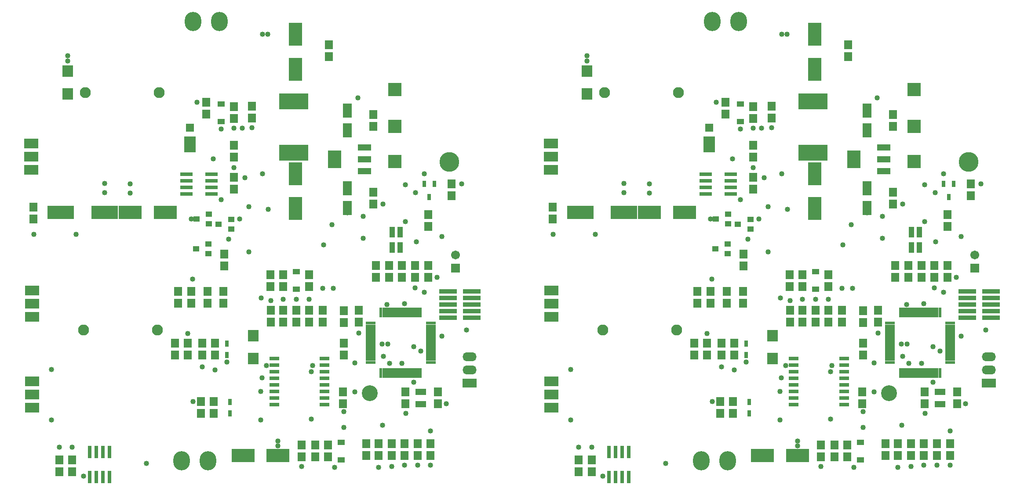
<source format=gts>
G04*
G04 #@! TF.GenerationSoftware,Altium Limited,Altium Designer,23.3.1 (30)*
G04*
G04 Layer_Color=8388736*
%FSLAX25Y25*%
%MOIN*%
G70*
G04*
G04 #@! TF.SameCoordinates,731DBA42-33AF-4731-BD85-8EC7A1DC1BC3*
G04*
G04*
G04 #@! TF.FilePolarity,Negative*
G04*
G01*
G75*
%ADD25R,0.05984X0.05906*%
%ADD26R,0.08661X0.12205*%
%ADD48C,0.04000*%
%ADD64R,0.13400X0.03300*%
%ADD65R,0.10052X0.17335*%
%ADD66R,0.17335X0.10052*%
%ADD67R,0.20091X0.10052*%
%ADD68R,0.06400X0.06800*%
%ADD69R,0.22060X0.12217*%
%ADD70R,0.07099X0.11036*%
%ADD71R,0.05524X0.04343*%
%ADD72R,0.04737X0.03950*%
%ADD73R,0.01902X0.07296*%
%ADD74R,0.02375X0.07296*%
%ADD75R,0.07296X0.02375*%
%ADD76R,0.07296X0.01902*%
%ADD77R,0.03162X0.09265*%
%ADD78R,0.09265X0.03162*%
%ADD79R,0.10249X0.13792*%
%ADD80R,0.10249X0.04737*%
%ADD81R,0.08280X0.05131*%
%ADD82R,0.07690X0.03162*%
%ADD83R,0.04343X0.07887*%
%ADD84R,0.07887X0.09068*%
%ADD85R,0.02572X0.04540*%
%ADD86R,0.03162X0.04540*%
%ADD87C,0.08300*%
%ADD88R,0.09855X0.09855*%
%ADD89R,0.09855X0.09855*%
%ADD90C,0.12000*%
%ADD91O,0.12611X0.14580*%
%ADD92R,0.10642X0.06706*%
%ADD93O,0.10642X0.06706*%
%ADD94C,0.06706*%
%ADD95R,0.06706X0.06706*%
%ADD96C,0.15000*%
%ADD97R,0.10642X0.07800*%
D25*
X554111Y280032D02*
D03*
X160411D02*
D03*
D26*
X554111Y267355D02*
D03*
X160411D02*
D03*
D48*
X681572Y302631D02*
D03*
X725864Y193379D02*
D03*
X717497Y208635D02*
D03*
X745056Y197316D02*
D03*
X613167Y350859D02*
D03*
X609230D02*
D03*
X601356Y279993D02*
D03*
X593974Y279501D02*
D03*
X508836Y230289D02*
D03*
Y237178D02*
D03*
X489643Y230781D02*
D03*
Y237670D02*
D03*
X555096Y210603D02*
D03*
X592005D02*
D03*
X661887Y206174D02*
D03*
X685509Y195840D02*
D03*
X571828Y256371D02*
D03*
X587576Y279501D02*
D03*
X577734Y279009D02*
D03*
X559525Y299186D02*
D03*
X583676Y195347D02*
D03*
X577734Y225367D02*
D03*
X587576Y249481D02*
D03*
X685509Y212572D02*
D03*
X700694Y221851D02*
D03*
X717497Y236686D02*
D03*
X673698Y215353D02*
D03*
X595905Y242099D02*
D03*
X609230Y245052D02*
D03*
X655489Y190918D02*
D03*
X598895Y185505D02*
D03*
X662871Y157946D02*
D03*
X608245Y150564D02*
D03*
X624978Y149580D02*
D03*
X634820D02*
D03*
X644663D02*
D03*
X679111Y79206D02*
D03*
X670745Y64442D02*
D03*
X654997Y157946D02*
D03*
X613614Y217985D02*
D03*
X704210Y115623D02*
D03*
X552635Y123497D02*
D03*
X573305Y95938D02*
D03*
X608738Y90033D02*
D03*
X582163Y101844D02*
D03*
X556080Y164836D02*
D03*
X556572Y71824D02*
D03*
X563462Y98399D02*
D03*
X607753Y58044D02*
D03*
Y79698D02*
D03*
X670745Y52139D02*
D03*
X646139Y58536D02*
D03*
X700273Y54107D02*
D03*
X521139Y25072D02*
D03*
X760312Y237178D02*
D03*
X473403Y15229D02*
D03*
X455194Y37375D02*
D03*
X465037D02*
D03*
X731769Y245052D02*
D03*
X725371Y230781D02*
D03*
X436001Y198792D02*
D03*
X467989D02*
D03*
X598895Y219954D02*
D03*
X615627Y148596D02*
D03*
X731769Y154993D02*
D03*
X703718Y145643D02*
D03*
X724879Y158438D02*
D03*
X717005Y146135D02*
D03*
X745056Y121529D02*
D03*
X729308Y110210D02*
D03*
X723895Y86588D02*
D03*
X705686Y100859D02*
D03*
X715037D02*
D03*
X723895Y113655D02*
D03*
X699781Y115623D02*
D03*
X700765Y106273D02*
D03*
X679111Y101351D02*
D03*
X647123Y99383D02*
D03*
X638757Y22611D02*
D03*
X663856Y22119D02*
D03*
X682064Y123989D02*
D03*
X646139Y94580D02*
D03*
X763757Y126450D02*
D03*
X741611Y166312D02*
D03*
X612138Y99383D02*
D03*
X736690Y49678D02*
D03*
X621041Y38359D02*
D03*
Y41804D02*
D03*
X461592Y330682D02*
D03*
Y334619D02*
D03*
X748501Y70347D02*
D03*
X717989Y62966D02*
D03*
X736690Y23596D02*
D03*
X726848D02*
D03*
X717005D02*
D03*
X707163Y22611D02*
D03*
X697320Y22119D02*
D03*
X449289Y96430D02*
D03*
Y58044D02*
D03*
X287871Y302631D02*
D03*
X332163Y193379D02*
D03*
X323797Y208635D02*
D03*
X351356Y197316D02*
D03*
X219466Y350859D02*
D03*
X215529D02*
D03*
X207655Y279993D02*
D03*
X200273Y279501D02*
D03*
X115135Y230289D02*
D03*
Y237178D02*
D03*
X95942Y230781D02*
D03*
Y237670D02*
D03*
X161395Y210603D02*
D03*
X198304D02*
D03*
X268186Y206174D02*
D03*
X291808Y195840D02*
D03*
X178127Y256371D02*
D03*
X193875Y279501D02*
D03*
X184033Y279009D02*
D03*
X165824Y299186D02*
D03*
X189975Y195347D02*
D03*
X184033Y225367D02*
D03*
X193875Y249481D02*
D03*
X291808Y212572D02*
D03*
X306993Y221851D02*
D03*
X323797Y236686D02*
D03*
X279997Y215353D02*
D03*
X202204Y242099D02*
D03*
X215529Y245052D02*
D03*
X261789Y190918D02*
D03*
X205194Y185505D02*
D03*
X269171Y157946D02*
D03*
X214545Y150564D02*
D03*
X231277Y149580D02*
D03*
X241119D02*
D03*
X250962D02*
D03*
X285411Y79206D02*
D03*
X277045Y64442D02*
D03*
X261297Y157946D02*
D03*
X219913Y217985D02*
D03*
X310509Y115623D02*
D03*
X158934Y123497D02*
D03*
X179604Y95938D02*
D03*
X215037Y90033D02*
D03*
X188462Y101844D02*
D03*
X162379Y164836D02*
D03*
X162871Y71824D02*
D03*
X169761Y98399D02*
D03*
X214053Y58044D02*
D03*
Y79698D02*
D03*
X277045Y52139D02*
D03*
X252438Y58536D02*
D03*
X306572Y54107D02*
D03*
X127438Y25072D02*
D03*
X366612Y237178D02*
D03*
X79702Y15229D02*
D03*
X61493Y37375D02*
D03*
X71336D02*
D03*
X338068Y245052D02*
D03*
X331671Y230781D02*
D03*
X42301Y198792D02*
D03*
X74289D02*
D03*
X205194Y219954D02*
D03*
X221926Y148596D02*
D03*
X338068Y154993D02*
D03*
X310017Y145643D02*
D03*
X331178Y158438D02*
D03*
X323305Y146135D02*
D03*
X351356Y121529D02*
D03*
X335608Y110210D02*
D03*
X330194Y86588D02*
D03*
X311986Y100859D02*
D03*
X321336D02*
D03*
X330194Y113655D02*
D03*
X306080Y115623D02*
D03*
X307064Y106273D02*
D03*
X285411Y101351D02*
D03*
X253423Y99383D02*
D03*
X245056Y22611D02*
D03*
X270155Y22119D02*
D03*
X288364Y123989D02*
D03*
X252438Y94580D02*
D03*
X370056Y126450D02*
D03*
X347911Y166312D02*
D03*
X218437Y99383D02*
D03*
X342989Y49678D02*
D03*
X227340Y38359D02*
D03*
Y41804D02*
D03*
X67891Y330682D02*
D03*
Y334619D02*
D03*
X354801Y70347D02*
D03*
X324289Y62966D02*
D03*
X342989Y23596D02*
D03*
X333147D02*
D03*
X323305D02*
D03*
X313462Y22611D02*
D03*
X303619Y22119D02*
D03*
X55588Y96430D02*
D03*
Y58044D02*
D03*
D64*
X749836Y155643D02*
D03*
X767836D02*
D03*
X749836Y150643D02*
D03*
X767836D02*
D03*
X749836Y145643D02*
D03*
X767836D02*
D03*
X749836Y140643D02*
D03*
X767836D02*
D03*
X749836Y135643D02*
D03*
X767836D02*
D03*
X356135Y155643D02*
D03*
X374135D02*
D03*
X356135Y150643D02*
D03*
X374135D02*
D03*
X356135Y145643D02*
D03*
X374135D02*
D03*
X356135Y140643D02*
D03*
X374135D02*
D03*
X356135Y135643D02*
D03*
X374135D02*
D03*
D65*
X634328Y324285D02*
D03*
Y350859D02*
D03*
Y245052D02*
D03*
Y218477D02*
D03*
X240627Y324285D02*
D03*
Y350859D02*
D03*
Y245052D02*
D03*
Y218477D02*
D03*
D66*
X508836Y215525D02*
D03*
X535411D02*
D03*
X594466Y30977D02*
D03*
X621041D02*
D03*
X115135Y215525D02*
D03*
X141710D02*
D03*
X200765Y30977D02*
D03*
X227340D02*
D03*
D67*
X489446Y215525D02*
D03*
X456375D02*
D03*
X95745D02*
D03*
X62674D02*
D03*
D68*
X601356Y296304D02*
D03*
Y287304D02*
D03*
X587576Y286812D02*
D03*
Y295812D02*
D03*
X693383Y280907D02*
D03*
Y289907D02*
D03*
Y221851D02*
D03*
Y230852D02*
D03*
X752438Y237249D02*
D03*
Y228249D02*
D03*
X734722Y205119D02*
D03*
Y214119D02*
D03*
X670253Y70277D02*
D03*
Y79277D02*
D03*
X670745Y131792D02*
D03*
Y140792D02*
D03*
X615135Y159351D02*
D03*
Y168351D02*
D03*
X644663Y168351D02*
D03*
Y159352D02*
D03*
X624978Y168351D02*
D03*
Y159351D02*
D03*
X566415Y290257D02*
D03*
Y299257D02*
D03*
X580194Y175100D02*
D03*
Y184099D02*
D03*
X455194Y27603D02*
D03*
Y18603D02*
D03*
X465037Y27603D02*
D03*
Y18603D02*
D03*
X587576Y257777D02*
D03*
Y266777D02*
D03*
X587576Y233170D02*
D03*
Y242170D02*
D03*
X670745Y116186D02*
D03*
Y107186D02*
D03*
X659426Y343056D02*
D03*
Y334056D02*
D03*
X638757Y29922D02*
D03*
Y38922D02*
D03*
X658934Y29922D02*
D03*
Y38922D02*
D03*
X649092D02*
D03*
Y29922D02*
D03*
X563462Y107186D02*
D03*
Y116186D02*
D03*
X573305Y107186D02*
D03*
Y116186D02*
D03*
X682064Y132284D02*
D03*
Y141285D02*
D03*
X717497Y70277D02*
D03*
Y79277D02*
D03*
X705194Y175241D02*
D03*
Y166241D02*
D03*
X695352D02*
D03*
Y175241D02*
D03*
X715037Y166241D02*
D03*
Y175241D02*
D03*
X724879D02*
D03*
Y166241D02*
D03*
X542793Y107186D02*
D03*
Y116186D02*
D03*
X736690Y30907D02*
D03*
Y39907D02*
D03*
X742104Y79277D02*
D03*
Y70277D02*
D03*
X734722Y175241D02*
D03*
Y166241D02*
D03*
X697320Y30907D02*
D03*
Y39907D02*
D03*
X717005Y30907D02*
D03*
Y39907D02*
D03*
X707163Y30907D02*
D03*
Y39907D02*
D03*
X726848D02*
D03*
Y30907D02*
D03*
X654997Y141285D02*
D03*
Y132284D02*
D03*
X615627D02*
D03*
Y141285D02*
D03*
X644663D02*
D03*
Y132284D02*
D03*
X624978Y141285D02*
D03*
Y132284D02*
D03*
X634820D02*
D03*
Y141285D02*
D03*
X687970Y39907D02*
D03*
Y30907D02*
D03*
X435509Y210533D02*
D03*
Y219533D02*
D03*
X579702Y146556D02*
D03*
Y155556D02*
D03*
X567399D02*
D03*
Y146556D02*
D03*
X552635Y116186D02*
D03*
Y107186D02*
D03*
X555096Y146556D02*
D03*
Y155556D02*
D03*
X572320Y71895D02*
D03*
Y62895D02*
D03*
X562478Y71895D02*
D03*
Y62895D02*
D03*
X545253Y155556D02*
D03*
Y146556D02*
D03*
X207655Y296304D02*
D03*
Y287304D02*
D03*
X193875Y286812D02*
D03*
Y295812D02*
D03*
X299682Y280907D02*
D03*
Y289907D02*
D03*
Y221851D02*
D03*
Y230852D02*
D03*
X358737Y237249D02*
D03*
Y228249D02*
D03*
X341021Y205119D02*
D03*
Y214119D02*
D03*
X276553Y70277D02*
D03*
Y79277D02*
D03*
X277045Y131792D02*
D03*
Y140792D02*
D03*
X221434Y159351D02*
D03*
Y168351D02*
D03*
X250962Y168351D02*
D03*
Y159352D02*
D03*
X231277Y168351D02*
D03*
Y159351D02*
D03*
X172714Y290257D02*
D03*
Y299257D02*
D03*
X186493Y175100D02*
D03*
Y184099D02*
D03*
X61493Y27603D02*
D03*
Y18603D02*
D03*
X71336Y27603D02*
D03*
Y18603D02*
D03*
X193875Y257777D02*
D03*
Y266777D02*
D03*
X193875Y233170D02*
D03*
Y242170D02*
D03*
X277045Y116186D02*
D03*
Y107186D02*
D03*
X265726Y343056D02*
D03*
Y334056D02*
D03*
X245056Y29922D02*
D03*
Y38922D02*
D03*
X265234Y29922D02*
D03*
Y38922D02*
D03*
X255391D02*
D03*
Y29922D02*
D03*
X169761Y107186D02*
D03*
Y116186D02*
D03*
X179604Y107186D02*
D03*
Y116186D02*
D03*
X288364Y132284D02*
D03*
Y141285D02*
D03*
X323797Y70277D02*
D03*
Y79277D02*
D03*
X311493Y175241D02*
D03*
Y166241D02*
D03*
X301651D02*
D03*
Y175241D02*
D03*
X321336Y166241D02*
D03*
Y175241D02*
D03*
X331178D02*
D03*
Y166241D02*
D03*
X149092Y107186D02*
D03*
Y116186D02*
D03*
X342989Y30907D02*
D03*
Y39907D02*
D03*
X348403Y79277D02*
D03*
Y70277D02*
D03*
X341021Y175241D02*
D03*
Y166241D02*
D03*
X303619Y30907D02*
D03*
Y39907D02*
D03*
X323304Y30907D02*
D03*
Y39907D02*
D03*
X313462Y30907D02*
D03*
Y39907D02*
D03*
X333147D02*
D03*
Y30907D02*
D03*
X261297Y141285D02*
D03*
Y132284D02*
D03*
X221926D02*
D03*
Y141285D02*
D03*
X250962D02*
D03*
Y132284D02*
D03*
X231277Y141285D02*
D03*
Y132284D02*
D03*
X241119D02*
D03*
Y141285D02*
D03*
X294269Y39907D02*
D03*
Y30907D02*
D03*
X41808Y210533D02*
D03*
Y219533D02*
D03*
X186001Y146556D02*
D03*
Y155556D02*
D03*
X173698D02*
D03*
Y146556D02*
D03*
X158934Y116186D02*
D03*
Y107186D02*
D03*
X161395Y146556D02*
D03*
Y155556D02*
D03*
X178619Y71895D02*
D03*
Y62895D02*
D03*
X168777Y71895D02*
D03*
Y62895D02*
D03*
X151552Y155556D02*
D03*
Y146556D02*
D03*
D69*
X632852Y260997D02*
D03*
Y299974D02*
D03*
X239151Y260997D02*
D03*
Y299974D02*
D03*
D70*
X673698Y277926D02*
D03*
Y292887D02*
D03*
Y233832D02*
D03*
Y218871D02*
D03*
X279997Y277926D02*
D03*
Y292887D02*
D03*
Y233832D02*
D03*
Y218871D02*
D03*
D71*
X634820Y157159D02*
D03*
Y170544D02*
D03*
X577734Y284619D02*
D03*
Y298005D02*
D03*
X668777Y27729D02*
D03*
Y41115D02*
D03*
X241119Y157159D02*
D03*
Y170544D02*
D03*
X184033Y284619D02*
D03*
Y298005D02*
D03*
X275076Y27729D02*
D03*
Y41115D02*
D03*
D72*
X558738Y187966D02*
D03*
X568186Y191706D02*
D03*
Y184225D02*
D03*
X568679Y206863D02*
D03*
Y214344D02*
D03*
X559230Y210603D02*
D03*
X575962Y206666D02*
D03*
X585411Y210407D02*
D03*
Y202926D02*
D03*
X165037Y187966D02*
D03*
X174486Y191706D02*
D03*
Y184225D02*
D03*
X174978Y206863D02*
D03*
Y214344D02*
D03*
X165529Y210603D02*
D03*
X182261Y206666D02*
D03*
X191710Y210407D02*
D03*
Y202926D02*
D03*
D73*
X711100Y139540D02*
D03*
X707163D02*
D03*
X701257D02*
D03*
X703226D02*
D03*
X705194D02*
D03*
X709131D02*
D03*
X713068D02*
D03*
X715037D02*
D03*
X717005D02*
D03*
X718974D02*
D03*
X720942D02*
D03*
X722911D02*
D03*
X724879D02*
D03*
X726848D02*
D03*
Y93674D02*
D03*
X724879D02*
D03*
X722911D02*
D03*
X720942D02*
D03*
X718974D02*
D03*
X717005D02*
D03*
X715037D02*
D03*
X713068D02*
D03*
X711100D02*
D03*
X709131D02*
D03*
X707163D02*
D03*
X705194D02*
D03*
X703226D02*
D03*
X701257D02*
D03*
X317399Y139540D02*
D03*
X313462D02*
D03*
X307556D02*
D03*
X309525D02*
D03*
X311493D02*
D03*
X315430D02*
D03*
X319368D02*
D03*
X321336D02*
D03*
X323305D02*
D03*
X325273D02*
D03*
X327241D02*
D03*
X329210D02*
D03*
X331178D02*
D03*
X333147D02*
D03*
Y93674D02*
D03*
X331178D02*
D03*
X329210D02*
D03*
X327241D02*
D03*
X325273D02*
D03*
X323305D02*
D03*
X321336D02*
D03*
X319368D02*
D03*
X317399D02*
D03*
X315430D02*
D03*
X313462D02*
D03*
X311493D02*
D03*
X309525D02*
D03*
X307556D02*
D03*
D74*
X699052Y139540D02*
D03*
X729052D02*
D03*
Y93674D02*
D03*
X699052D02*
D03*
X305352Y139540D02*
D03*
X335352D02*
D03*
Y93674D02*
D03*
X305352D02*
D03*
D75*
X736986Y131607D02*
D03*
Y101607D02*
D03*
X691119D02*
D03*
Y131607D02*
D03*
X343285D02*
D03*
Y101607D02*
D03*
X297419D02*
D03*
Y131607D02*
D03*
D76*
X736986Y129403D02*
D03*
Y127434D02*
D03*
Y125466D02*
D03*
Y123497D02*
D03*
Y121529D02*
D03*
Y119560D02*
D03*
Y117592D02*
D03*
Y115623D02*
D03*
Y113655D02*
D03*
Y111686D02*
D03*
Y109718D02*
D03*
Y107749D02*
D03*
Y105781D02*
D03*
Y103812D02*
D03*
X691119D02*
D03*
Y105781D02*
D03*
Y107749D02*
D03*
Y109718D02*
D03*
Y111686D02*
D03*
Y113655D02*
D03*
Y115623D02*
D03*
Y117592D02*
D03*
Y119560D02*
D03*
Y121529D02*
D03*
Y123497D02*
D03*
Y125466D02*
D03*
Y127434D02*
D03*
Y129403D02*
D03*
X343285D02*
D03*
Y127434D02*
D03*
Y125466D02*
D03*
Y123497D02*
D03*
Y121529D02*
D03*
Y119560D02*
D03*
Y117592D02*
D03*
Y115623D02*
D03*
Y113655D02*
D03*
Y111686D02*
D03*
Y109718D02*
D03*
Y107749D02*
D03*
Y105781D02*
D03*
Y103812D02*
D03*
X297419D02*
D03*
Y105781D02*
D03*
Y107749D02*
D03*
Y109718D02*
D03*
Y111686D02*
D03*
Y113655D02*
D03*
Y115623D02*
D03*
Y117592D02*
D03*
Y119560D02*
D03*
Y121529D02*
D03*
Y123497D02*
D03*
Y125466D02*
D03*
Y127434D02*
D03*
Y129403D02*
D03*
D77*
X493206Y14540D02*
D03*
Y33635D02*
D03*
X488206D02*
D03*
X483206D02*
D03*
X478206D02*
D03*
X488206Y14540D02*
D03*
X483206D02*
D03*
X478206D02*
D03*
X99505D02*
D03*
Y33635D02*
D03*
X94505D02*
D03*
X89505D02*
D03*
X84505D02*
D03*
X94505Y14540D02*
D03*
X89505D02*
D03*
X84505D02*
D03*
D78*
X551454Y244678D02*
D03*
Y239678D02*
D03*
Y234678D02*
D03*
Y229678D02*
D03*
X570549Y244678D02*
D03*
Y239678D02*
D03*
Y234678D02*
D03*
Y229678D02*
D03*
X157753Y244678D02*
D03*
Y239678D02*
D03*
Y234678D02*
D03*
Y229678D02*
D03*
X176848Y244678D02*
D03*
Y239678D02*
D03*
Y234678D02*
D03*
Y229678D02*
D03*
D79*
X663757Y255879D02*
D03*
X270056D02*
D03*
D80*
X686592Y264934D02*
D03*
Y255879D02*
D03*
Y246824D02*
D03*
X292891Y264934D02*
D03*
Y255879D02*
D03*
Y246824D02*
D03*
D81*
X729308Y69855D02*
D03*
Y79304D02*
D03*
X335608Y69855D02*
D03*
Y79304D02*
D03*
D82*
X618186Y104580D02*
D03*
Y99580D02*
D03*
Y94580D02*
D03*
Y89580D02*
D03*
Y84580D02*
D03*
Y79580D02*
D03*
Y74580D02*
D03*
Y69580D02*
D03*
X656375Y104580D02*
D03*
Y99580D02*
D03*
Y94580D02*
D03*
Y89580D02*
D03*
Y84580D02*
D03*
Y79580D02*
D03*
Y74580D02*
D03*
Y69580D02*
D03*
X224486Y104580D02*
D03*
Y99580D02*
D03*
Y94580D02*
D03*
Y89580D02*
D03*
Y84580D02*
D03*
Y79580D02*
D03*
Y74580D02*
D03*
Y69580D02*
D03*
X262674Y104580D02*
D03*
Y99580D02*
D03*
Y94580D02*
D03*
Y89580D02*
D03*
Y84580D02*
D03*
Y79580D02*
D03*
Y74580D02*
D03*
Y69580D02*
D03*
D83*
X713560Y200761D02*
D03*
X707655D02*
D03*
X713560Y188950D02*
D03*
X707655D02*
D03*
X319860Y200761D02*
D03*
X313954D02*
D03*
X319860Y188950D02*
D03*
X313954D02*
D03*
D84*
X602340Y104501D02*
D03*
Y121824D02*
D03*
X461592Y323103D02*
D03*
Y305781D02*
D03*
X208639Y104501D02*
D03*
Y121824D02*
D03*
X67891Y323103D02*
D03*
Y305781D02*
D03*
D85*
X582163Y107355D02*
D03*
Y116017D02*
D03*
X584623Y63064D02*
D03*
Y71725D02*
D03*
X188462Y107355D02*
D03*
Y116017D02*
D03*
X190923Y63064D02*
D03*
Y71725D02*
D03*
D86*
X739446Y237375D02*
D03*
X731966D02*
D03*
X735706Y227336D02*
D03*
X345745Y237375D02*
D03*
X338265D02*
D03*
X342005Y227336D02*
D03*
D87*
X529454Y126450D02*
D03*
X473454D02*
D03*
X530931Y306568D02*
D03*
X474930D02*
D03*
X135753Y126450D02*
D03*
X79753D02*
D03*
X137230Y306568D02*
D03*
X81230D02*
D03*
D88*
X709623Y254403D02*
D03*
Y309029D02*
D03*
X315923Y254403D02*
D03*
Y309029D02*
D03*
D89*
X709623Y280977D02*
D03*
X315923D02*
D03*
D90*
X690430Y78221D02*
D03*
X296730D02*
D03*
D91*
X556415Y360702D02*
D03*
X576415D02*
D03*
X568049Y27040D02*
D03*
X548049D02*
D03*
X162714Y360702D02*
D03*
X182714D02*
D03*
X174348Y27040D02*
D03*
X154348D02*
D03*
D92*
X766218Y85938D02*
D03*
X372517D02*
D03*
D93*
X766218Y105938D02*
D03*
Y95938D02*
D03*
X372517Y105938D02*
D03*
Y95938D02*
D03*
D94*
X755391Y183123D02*
D03*
X361690D02*
D03*
D95*
X755391Y173123D02*
D03*
X361690D02*
D03*
D96*
X750962Y253910D02*
D03*
X357261D02*
D03*
D97*
X434033Y247848D02*
D03*
Y257847D02*
D03*
Y267847D02*
D03*
X434525Y67237D02*
D03*
Y77237D02*
D03*
Y87237D02*
D03*
Y136135D02*
D03*
Y146135D02*
D03*
Y156135D02*
D03*
X40332Y247848D02*
D03*
Y257847D02*
D03*
Y267847D02*
D03*
X40824Y67237D02*
D03*
Y77237D02*
D03*
Y87237D02*
D03*
Y136135D02*
D03*
Y146135D02*
D03*
Y156135D02*
D03*
M02*

</source>
